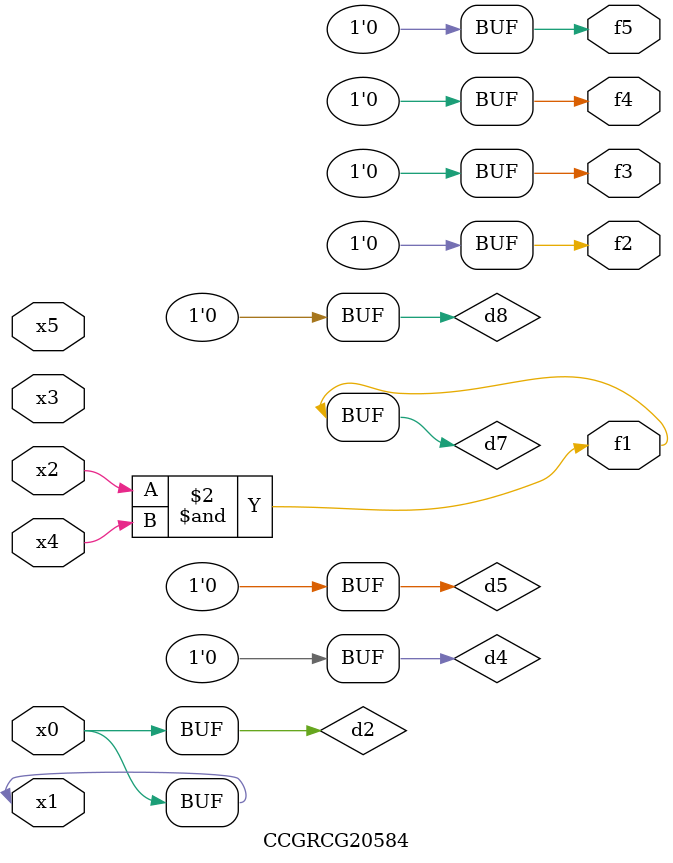
<source format=v>
module CCGRCG20584(
	input x0, x1, x2, x3, x4, x5,
	output f1, f2, f3, f4, f5
);

	wire d1, d2, d3, d4, d5, d6, d7, d8, d9;

	nand (d1, x1);
	buf (d2, x0, x1);
	nand (d3, x2, x4);
	and (d4, d1, d2);
	and (d5, d1, d2);
	nand (d6, d1, d3);
	not (d7, d3);
	xor (d8, d5);
	nor (d9, d5, d6);
	assign f1 = d7;
	assign f2 = d8;
	assign f3 = d8;
	assign f4 = d8;
	assign f5 = d8;
endmodule

</source>
